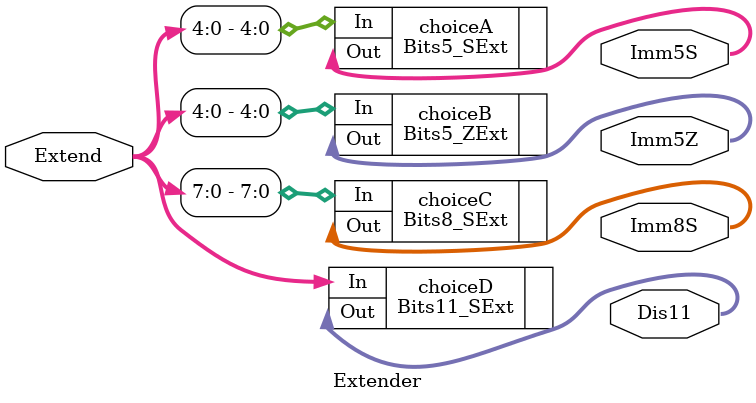
<source format=v>
/********************************************************************************************************
/		MODULE: Extender
/		PURPOSE: Given Inputs to extend and provide all the possible extentsions
/
/		INPUTS: Instruction[10:0] - Input to sign extend
/
/		OUTPUTS: Imm5S[15:0] - 5 bit sign extended value
/				 Imm5Z[15:0] - 5 bit zero extended value
/				 Imm8S[15:0] - 8 bit sign extended value
/				 Dis11[15:0] - 11 bit sign extended value
********************************************************************************************************/
module Extender (Extend, Imm5S, Imm5Z, Imm8S, Dis11);

	input [10:0] Extend;
	
	output [15:0] Imm5S;
	output [15:0] Imm5Z;
	output [15:0] Imm8S;
	output [15:0] Dis11;
	
	Bits5_SExt choiceA(.In(Extend[4:0]), .Out(Imm5S));
	Bits5_ZExt choiceB(.In(Extend[4:0]), .Out(Imm5Z));
	Bits8_SExt choiceC(.In(Extend[7:0]), .Out(Imm8S));
	Bits11_SExt choiceD(.In(Extend[10:0]), .Out(Dis11));

endmodule 
</source>
